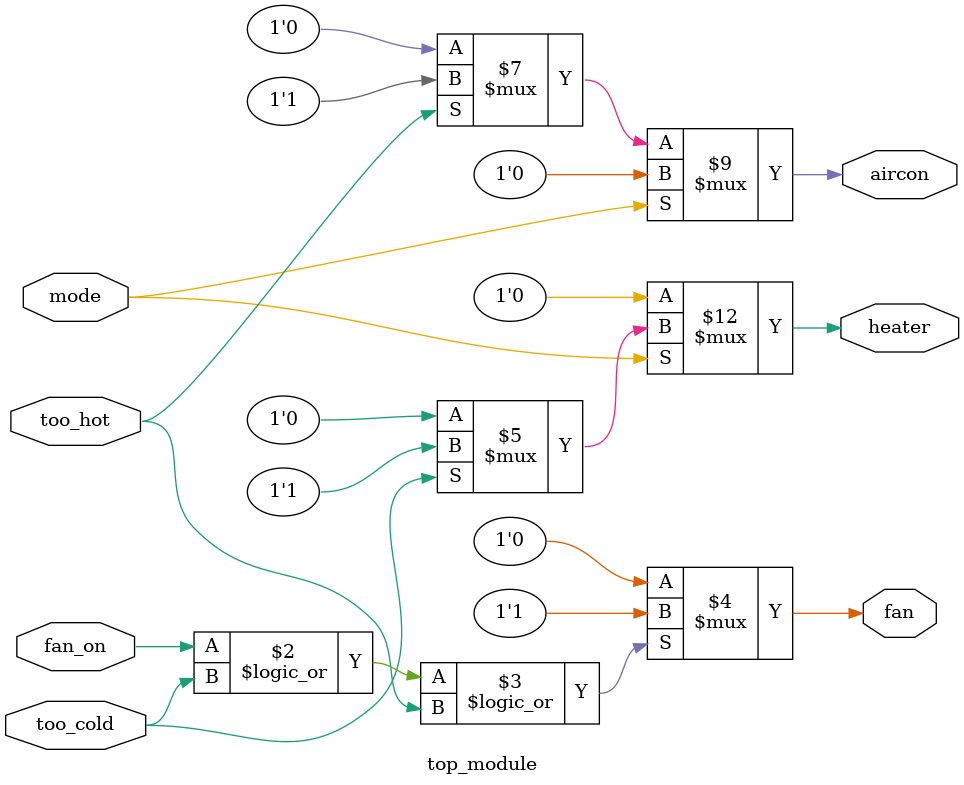
<source format=sv>
module top_module(
    input mode,
    input too_cold,
    input too_hot,
    input fan_on,
    output reg heater,
    output reg aircon,
    output reg fan
);
    
    always @(*)
    begin
        fan = (fan_on || too_cold || too_hot) ? 1'b1 : 1'b0;
        
        if(mode)
            heater = too_cold ? 1'b1 : 1'b0;
        else
            heater = 1'b0;
            
        if(!mode)
            aircon = too_hot ? 1'b1 : 1'b0;
        else
            aircon = 1'b0;
    end
    
endmodule

</source>
